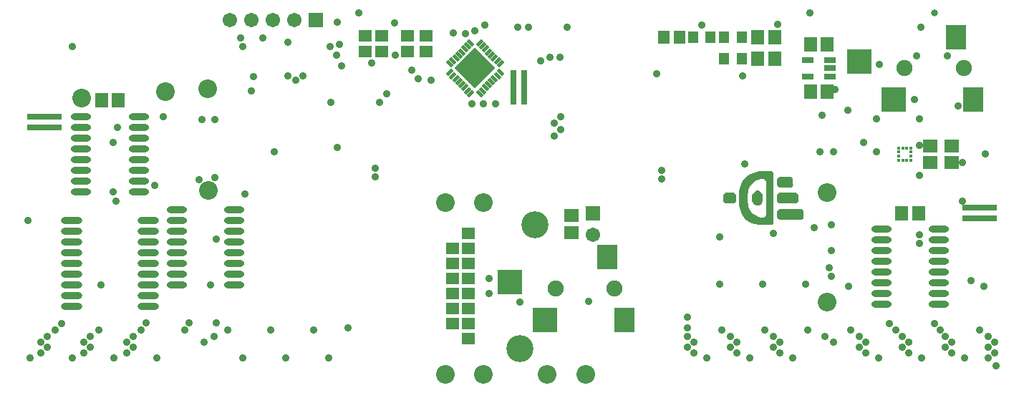
<source format=gbs>
G04*
G04 #@! TF.GenerationSoftware,Altium Limited,Altium Designer,18.1.9 (240)*
G04*
G04 Layer_Color=16711935*
%FSLAX25Y25*%
%MOIN*%
G70*
G01*
G75*
%ADD27R,0.06312X0.06706*%
%ADD28R,0.06706X0.06312*%
%ADD29C,0.08674*%
%ADD30R,0.06706X0.06706*%
%ADD31C,0.06706*%
%ADD32R,0.06706X0.06706*%
%ADD33C,0.03599*%
%ADD34C,0.03600*%
%ADD35C,0.03200*%
%ADD36C,0.12611*%
%ADD37C,0.07500*%
%ADD49C,0.02400*%
%ADD74R,0.05524X0.03162*%
%ADD75O,0.09461X0.03162*%
%ADD76O,0.09855X0.03162*%
%ADD77R,0.02000X0.02800*%
%ADD78R,0.02800X0.02000*%
%ADD79R,0.05131X0.05524*%
%ADD80R,0.06312X0.05524*%
%ADD81R,0.05524X0.06312*%
%ADD82R,0.09600X0.11800*%
%ADD83R,0.09500X0.11800*%
%ADD84R,0.11800X0.11800*%
%ADD85R,0.01581X0.01581*%
G04:AMPARAMS|DCode=86|XSize=15.02mil|YSize=37.47mil|CornerRadius=0mil|HoleSize=0mil|Usage=FLASHONLY|Rotation=225.000|XOffset=0mil|YOffset=0mil|HoleType=Round|Shape=Rectangle|*
%AMROTATEDRECTD86*
4,1,4,-0.00793,0.01856,0.01856,-0.00793,0.00793,-0.01856,-0.01856,0.00793,-0.00793,0.01856,0.0*
%
%ADD86ROTATEDRECTD86*%

G04:AMPARAMS|DCode=87|XSize=15.02mil|YSize=37.47mil|CornerRadius=0mil|HoleSize=0mil|Usage=FLASHONLY|Rotation=135.000|XOffset=0mil|YOffset=0mil|HoleType=Round|Shape=Rectangle|*
%AMROTATEDRECTD87*
4,1,4,0.01856,0.00793,-0.00793,-0.01856,-0.01856,-0.00793,0.00793,0.01856,0.01856,0.00793,0.0*
%
%ADD87ROTATEDRECTD87*%

%ADD88P,0.19213X4X270.0*%
G36*
X500850Y211772D02*
X501272Y211350D01*
X501500Y210798D01*
Y210500D01*
Y208500D01*
Y208202D01*
X501272Y207650D01*
X500850Y207228D01*
X500298Y207000D01*
X496702D01*
X496150Y207228D01*
X495728Y207650D01*
X495500Y208202D01*
Y208500D01*
Y209500D01*
Y210500D01*
Y210798D01*
X495728Y211350D01*
X496150Y211772D01*
X496702Y212000D01*
X500298D01*
X500850Y211772D01*
D02*
G37*
G36*
X517500Y222000D02*
X517798Y222000D01*
X518350Y221772D01*
X518772Y221350D01*
X519000Y220798D01*
Y220500D01*
Y209500D01*
Y200000D01*
Y198500D01*
X519000Y198500D01*
X519000Y198202D01*
X518772Y197650D01*
X518350Y197228D01*
X517798Y197000D01*
X517500Y197000D01*
X512015D01*
X510083Y197384D01*
X508263Y198138D01*
X506625Y199232D01*
X505232Y200625D01*
X504138Y202263D01*
X503384Y204083D01*
X503000Y206015D01*
Y207000D01*
Y209500D01*
Y212000D01*
Y212985D01*
X503384Y214917D01*
X504138Y216737D01*
X505232Y218375D01*
X506625Y219767D01*
X508263Y220862D01*
X510083Y221616D01*
X512015Y222000D01*
X517500D01*
Y222000D01*
D02*
G37*
G36*
X522000Y204500D02*
X531500Y204500D01*
X531500Y204500D01*
X531798Y204500D01*
X532350Y204272D01*
X532772Y203850D01*
X533000Y203298D01*
X533000Y203000D01*
X533000Y201000D01*
X533000Y201000D01*
X533000Y200702D01*
X532772Y200150D01*
X532350Y199728D01*
X531798Y199500D01*
X531500Y199500D01*
X522000D01*
X522000Y199500D01*
X521702Y199500D01*
X521150Y199728D01*
X520728Y200150D01*
X520500Y200702D01*
X520500Y201000D01*
Y202000D01*
Y203000D01*
X520500Y203298D01*
X520728Y203850D01*
X521150Y204272D01*
X521702Y204500D01*
X522000Y204500D01*
D02*
G37*
G36*
X529850Y211772D02*
X530272Y211350D01*
X530500Y210798D01*
X530500Y210500D01*
X530500Y210500D01*
X530500Y208500D01*
X530500Y208202D01*
X530272Y207650D01*
X529850Y207228D01*
X529298Y207000D01*
X529000Y207000D01*
X522000D01*
X521702Y207000D01*
X521150Y207228D01*
X520728Y207650D01*
X520500Y208202D01*
X520500Y208500D01*
Y208500D01*
Y210500D01*
X520500Y210798D01*
X520728Y211350D01*
X521150Y211772D01*
X521702Y212000D01*
X522000Y212000D01*
X522000Y212000D01*
X529000Y212000D01*
X529298Y212000D01*
X529850Y211772D01*
D02*
G37*
G36*
X522000Y219500D02*
X526500Y219500D01*
X526500Y219500D01*
X526798Y219500D01*
X527350Y219272D01*
X527772Y218850D01*
X528000Y218298D01*
X528000Y218000D01*
Y216000D01*
X528000Y216000D01*
X528050Y215751D01*
X527951Y215254D01*
X527670Y214832D01*
X527249Y214550D01*
X527000Y214500D01*
X522000D01*
X522000Y214500D01*
X521702Y214500D01*
X521150Y214728D01*
X520728Y215150D01*
X520500Y215702D01*
X520500Y216000D01*
Y218000D01*
X520500Y218298D01*
X520728Y218850D01*
X521150Y219272D01*
X521702Y219500D01*
X522000Y219500D01*
D02*
G37*
%LPC*%
G36*
X514000Y218500D02*
X514000Y218500D01*
X513314Y218466D01*
X511968Y218199D01*
X510700Y217673D01*
X509559Y216911D01*
X508589Y215941D01*
X507827Y214800D01*
X507301Y213532D01*
X507034Y212186D01*
X507000Y211500D01*
X507000Y209500D01*
Y207500D01*
X507000Y207500D01*
X507034Y206814D01*
X507301Y205468D01*
X507827Y204200D01*
X508589Y203059D01*
X509559Y202089D01*
X510700Y201326D01*
X511968Y200801D01*
X513314Y200534D01*
X514000Y200500D01*
X514000D01*
X514293Y200529D01*
X514833Y200753D01*
X515247Y201167D01*
X515471Y201707D01*
X515500Y202000D01*
X515500Y209000D01*
X515511Y209125D01*
X515523Y209375D01*
Y209625D01*
X515511Y209875D01*
X515500Y210000D01*
Y217000D01*
X515500Y217000D01*
X515471Y217293D01*
X515247Y217833D01*
X514833Y218247D01*
X514293Y218471D01*
X514000Y218500D01*
D02*
G37*
%LPD*%
G36*
X512916Y212619D02*
X513619Y211916D01*
X514000Y210997D01*
Y210500D01*
Y209500D01*
Y208500D01*
Y208003D01*
X513619Y207084D01*
X512916Y206381D01*
X511997Y206000D01*
X511003D01*
X510084Y206381D01*
X509381Y207084D01*
X509000Y208003D01*
Y208500D01*
Y209500D01*
Y210500D01*
Y210997D01*
X509381Y211916D01*
X510084Y212619D01*
X511003Y213000D01*
X511997D01*
X512916Y212619D01*
D02*
G37*
D27*
X511563Y284500D02*
D03*
X519437D02*
D03*
Y274500D02*
D03*
X511563D02*
D03*
X586437Y202500D02*
D03*
X578563D02*
D03*
X536063Y259000D02*
D03*
X543937D02*
D03*
X536063Y281000D02*
D03*
X543937D02*
D03*
X206063Y255000D02*
D03*
X213937D02*
D03*
D28*
X425000Y201437D02*
D03*
Y193563D02*
D03*
X602000Y233937D02*
D03*
Y226063D02*
D03*
X592000Y233937D02*
D03*
Y226063D02*
D03*
D29*
X383858Y127500D02*
D03*
X366142D02*
D03*
X366142Y207500D02*
D03*
X383858D02*
D03*
X431358Y127500D02*
D03*
X413642D02*
D03*
X197000Y256000D02*
D03*
X544000Y161000D02*
D03*
X255500Y260500D02*
D03*
X236000Y259000D02*
D03*
X544000Y212000D02*
D03*
X256000Y213000D02*
D03*
D30*
X306000Y292500D02*
D03*
D31*
X296000D02*
D03*
X286000D02*
D03*
X276000D02*
D03*
X266000D02*
D03*
X435000Y192500D02*
D03*
D32*
Y202500D02*
D03*
D33*
X404986Y289000D02*
D03*
X423000D02*
D03*
X400000D02*
D03*
D34*
X415000Y275000D02*
D03*
X410500Y273500D02*
D03*
X433000Y161604D02*
D03*
X547500Y260000D02*
D03*
X561000Y235500D02*
D03*
X380000Y287500D02*
D03*
X384500Y290000D02*
D03*
X339000Y258000D02*
D03*
X370000Y286500D02*
D03*
X375500Y286000D02*
D03*
X276000Y259500D02*
D03*
X293000Y266500D02*
D03*
X296500Y264500D02*
D03*
X318000Y271000D02*
D03*
X316000Y233000D02*
D03*
X315500Y276000D02*
D03*
X332000Y272500D02*
D03*
X343000Y276000D02*
D03*
X350500Y269000D02*
D03*
X317000Y281000D02*
D03*
X293000Y282000D02*
D03*
X553500Y250500D02*
D03*
X464500Y267500D02*
D03*
X417000Y238500D02*
D03*
X420000Y241500D02*
D03*
X417000Y244500D02*
D03*
X420000Y247500D02*
D03*
X335500Y254000D02*
D03*
X333500Y219500D02*
D03*
Y223500D02*
D03*
X353500Y265000D02*
D03*
X359500Y264500D02*
D03*
X259500Y190500D02*
D03*
X257000Y169000D02*
D03*
X184500Y148000D02*
D03*
X467000Y222500D02*
D03*
Y218500D02*
D03*
X554000Y168500D02*
D03*
X546000Y173000D02*
D03*
X380000Y270000D02*
D03*
X536000Y295862D02*
D03*
X541500Y248000D02*
D03*
X587000Y246500D02*
D03*
X504500Y266500D02*
D03*
X540500Y231000D02*
D03*
X547000D02*
D03*
X378500Y253500D02*
D03*
X384000D02*
D03*
X599866Y275866D02*
D03*
X259000Y219000D02*
D03*
X587000Y234000D02*
D03*
X607000Y226000D02*
D03*
X584500Y255500D02*
D03*
X546000Y197000D02*
D03*
Y185000D02*
D03*
X251500Y218000D02*
D03*
X235000Y247500D02*
D03*
X259000Y246000D02*
D03*
X253000D02*
D03*
X494000Y191500D02*
D03*
X562000Y137500D02*
D03*
X479000Y145000D02*
D03*
X482000Y142500D02*
D03*
X479000Y140000D02*
D03*
X482000Y137500D02*
D03*
X285000Y148000D02*
D03*
X265000D02*
D03*
X245000D02*
D03*
X247000Y151500D02*
D03*
X221000Y145000D02*
D03*
X218000Y142500D02*
D03*
X221000Y140000D02*
D03*
X218000Y137500D02*
D03*
X205000Y148000D02*
D03*
X201000Y145000D02*
D03*
X198000Y142500D02*
D03*
X201000Y140000D02*
D03*
X198000Y137500D02*
D03*
X181000Y145000D02*
D03*
X178000Y142500D02*
D03*
X181000Y140000D02*
D03*
X178000Y137500D02*
D03*
X321000Y149000D02*
D03*
X495000Y148000D02*
D03*
X499000Y145000D02*
D03*
X502000Y142500D02*
D03*
X499000Y140000D02*
D03*
X502000Y137500D02*
D03*
X515000Y148000D02*
D03*
X519000Y145000D02*
D03*
X522000Y142500D02*
D03*
X519000Y140000D02*
D03*
X522000Y137500D02*
D03*
X535000Y148000D02*
D03*
X555000D02*
D03*
X559000Y145000D02*
D03*
X562000Y142500D02*
D03*
X559000Y140000D02*
D03*
X579000Y145000D02*
D03*
X582000Y142500D02*
D03*
X579000Y140000D02*
D03*
X582000Y137500D02*
D03*
X599000Y145000D02*
D03*
X602000Y142500D02*
D03*
X599000Y140000D02*
D03*
X602000Y137500D02*
D03*
X615000Y148000D02*
D03*
X619000Y145000D02*
D03*
X622000Y142500D02*
D03*
X619000Y140000D02*
D03*
X622000Y137500D02*
D03*
X619000Y135000D02*
D03*
X479000Y149000D02*
D03*
Y154000D02*
D03*
X192500Y280000D02*
D03*
X312500D02*
D03*
X389500Y253500D02*
D03*
X419500Y275000D02*
D03*
X326000Y295862D02*
D03*
X300000Y266500D02*
D03*
X281134Y284134D02*
D03*
X271000D02*
D03*
X277000Y266000D02*
D03*
X386500Y172104D02*
D03*
Y165104D02*
D03*
X316000Y291500D02*
D03*
X377000Y267000D02*
D03*
X380000Y264000D02*
D03*
X383000Y267000D02*
D03*
X386000Y270000D02*
D03*
X383000Y273000D02*
D03*
X380000Y276000D02*
D03*
X377000Y273000D02*
D03*
X374000Y270000D02*
D03*
X342500Y291000D02*
D03*
X172000Y199000D02*
D03*
X173000Y135000D02*
D03*
X206000Y169000D02*
D03*
X187500Y151000D02*
D03*
X213500Y242500D02*
D03*
X213000Y208000D02*
D03*
X211500Y235500D02*
D03*
Y212500D02*
D03*
X212000Y135000D02*
D03*
X224500Y148000D02*
D03*
X227000Y151500D02*
D03*
X232000Y135000D02*
D03*
X231000Y215500D02*
D03*
X192500Y135000D02*
D03*
X254000Y142500D02*
D03*
X258500Y145000D02*
D03*
X259500Y151500D02*
D03*
X272000Y280000D02*
D03*
X273000Y211500D02*
D03*
X272000Y135000D02*
D03*
X305000Y148000D02*
D03*
X292000Y135000D02*
D03*
X286500Y231000D02*
D03*
X313000Y254000D02*
D03*
X312000Y135000D02*
D03*
X521000Y290500D02*
D03*
X485500Y290000D02*
D03*
X488000Y135000D02*
D03*
X545000Y177000D02*
D03*
X547000Y142500D02*
D03*
X543000Y145000D02*
D03*
X537866Y195866D02*
D03*
X611000Y171000D02*
D03*
X622500Y131500D02*
D03*
X617500Y230000D02*
D03*
X607000Y208000D02*
D03*
X608000Y135000D02*
D03*
X587000Y220000D02*
D03*
Y188500D02*
D03*
X617000Y168500D02*
D03*
X494000Y169500D02*
D03*
X514000Y169500D02*
D03*
X534000D02*
D03*
X596500Y148000D02*
D03*
X594000Y151000D02*
D03*
X576000Y148000D02*
D03*
X573000Y151000D02*
D03*
X587000Y192500D02*
D03*
X588000Y135000D02*
D03*
X567000Y231000D02*
D03*
Y246500D02*
D03*
X568000Y135000D02*
D03*
X528000D02*
D03*
X505500Y225500D02*
D03*
X508000Y135000D02*
D03*
X519000Y193000D02*
D03*
X587500Y289000D02*
D03*
X605000Y252500D02*
D03*
X585451Y275710D02*
D03*
X568299Y271701D02*
D03*
X401000Y161000D02*
D03*
D35*
X594000Y295862D02*
D03*
D36*
X408000Y197104D02*
D03*
X401000Y139604D02*
D03*
D37*
X607500Y270000D02*
D03*
X579900D02*
D03*
X417400Y167500D02*
D03*
X445000D02*
D03*
D49*
X380000Y270000D02*
D03*
D74*
X534842Y266260D02*
D03*
Y273740D02*
D03*
X545157Y266260D02*
D03*
Y270000D02*
D03*
Y273740D02*
D03*
D75*
X569114Y160000D02*
D03*
Y165000D02*
D03*
Y170000D02*
D03*
Y175000D02*
D03*
Y180000D02*
D03*
Y185000D02*
D03*
Y190000D02*
D03*
Y195000D02*
D03*
X595886Y160000D02*
D03*
Y165000D02*
D03*
Y170000D02*
D03*
Y175000D02*
D03*
Y180000D02*
D03*
Y185000D02*
D03*
Y190000D02*
D03*
Y195000D02*
D03*
X241114Y169000D02*
D03*
Y174000D02*
D03*
Y179000D02*
D03*
Y184000D02*
D03*
Y189000D02*
D03*
Y194000D02*
D03*
Y199000D02*
D03*
Y204000D02*
D03*
X267886Y169000D02*
D03*
Y174000D02*
D03*
Y179000D02*
D03*
Y184000D02*
D03*
Y189000D02*
D03*
Y194000D02*
D03*
Y199000D02*
D03*
Y204000D02*
D03*
X223386Y247500D02*
D03*
Y242500D02*
D03*
Y237500D02*
D03*
Y232500D02*
D03*
Y227500D02*
D03*
Y222500D02*
D03*
Y217500D02*
D03*
Y212500D02*
D03*
X196614Y247500D02*
D03*
Y242500D02*
D03*
Y237500D02*
D03*
Y232500D02*
D03*
Y227500D02*
D03*
Y222500D02*
D03*
Y217500D02*
D03*
Y212500D02*
D03*
D76*
X227913Y199000D02*
D03*
Y194000D02*
D03*
Y189000D02*
D03*
Y184000D02*
D03*
Y179000D02*
D03*
Y174000D02*
D03*
Y169000D02*
D03*
Y164000D02*
D03*
Y159000D02*
D03*
X192087Y199000D02*
D03*
Y194000D02*
D03*
Y189000D02*
D03*
Y184000D02*
D03*
Y179000D02*
D03*
Y174000D02*
D03*
Y169000D02*
D03*
Y164000D02*
D03*
Y159000D02*
D03*
D77*
X172500Y242500D02*
D03*
X174500D02*
D03*
X176500D02*
D03*
X178500D02*
D03*
X180500D02*
D03*
X182500D02*
D03*
X184500D02*
D03*
X186500D02*
D03*
X172500Y247500D02*
D03*
X174500D02*
D03*
X176500D02*
D03*
X178500D02*
D03*
X180500D02*
D03*
X182500D02*
D03*
X184500D02*
D03*
X186500D02*
D03*
X608000Y200000D02*
D03*
X610000D02*
D03*
X612000D02*
D03*
X614000D02*
D03*
X616000D02*
D03*
X618000D02*
D03*
X620000D02*
D03*
X622000D02*
D03*
X608000Y205000D02*
D03*
X610000D02*
D03*
X612000D02*
D03*
X614000D02*
D03*
X616000D02*
D03*
X618000D02*
D03*
X620000D02*
D03*
X622000D02*
D03*
D78*
X403000Y254000D02*
D03*
Y256000D02*
D03*
Y258000D02*
D03*
Y260000D02*
D03*
Y262000D02*
D03*
Y264000D02*
D03*
Y266000D02*
D03*
Y268000D02*
D03*
X398000Y254000D02*
D03*
Y256000D02*
D03*
Y258000D02*
D03*
Y260000D02*
D03*
Y262000D02*
D03*
Y264000D02*
D03*
Y266000D02*
D03*
Y268000D02*
D03*
D79*
X504134Y274500D02*
D03*
X495866D02*
D03*
X504134Y284500D02*
D03*
X495866D02*
D03*
X481366D02*
D03*
X489634D02*
D03*
D80*
X357100Y277957D02*
D03*
Y285043D02*
D03*
X348500Y277957D02*
D03*
Y285043D02*
D03*
X336500Y277957D02*
D03*
Y285043D02*
D03*
X329000Y285043D02*
D03*
Y277957D02*
D03*
X377000Y144061D02*
D03*
Y151147D02*
D03*
X369500Y151060D02*
D03*
Y158147D02*
D03*
X377000Y158061D02*
D03*
Y165147D02*
D03*
X369500Y165060D02*
D03*
Y172147D02*
D03*
X377000Y172061D02*
D03*
Y179147D02*
D03*
X369500Y186147D02*
D03*
Y179060D02*
D03*
X377000Y186061D02*
D03*
Y193147D02*
D03*
D81*
X475043Y284500D02*
D03*
X467957D02*
D03*
D82*
X611900Y255400D02*
D03*
X449400Y152900D02*
D03*
D83*
X604000Y284600D02*
D03*
X441500Y182100D02*
D03*
D84*
X574900Y255400D02*
D03*
X558700Y273000D02*
D03*
X396200Y170500D02*
D03*
X412400Y152900D02*
D03*
D85*
X582953Y232953D02*
D03*
X580984D02*
D03*
X579016D02*
D03*
X577047D02*
D03*
X582953Y230984D02*
D03*
X577047D02*
D03*
X582953Y229016D02*
D03*
X577047D02*
D03*
X582953Y227047D02*
D03*
X580984D02*
D03*
X579016D02*
D03*
X577047D02*
D03*
D86*
X377982Y281762D02*
D03*
X376590Y280370D02*
D03*
X375198Y278978D02*
D03*
X373806Y277586D02*
D03*
X372414Y276194D02*
D03*
X371022Y274802D02*
D03*
X369630Y273410D02*
D03*
X368238Y272018D02*
D03*
X382018Y258238D02*
D03*
X383410Y259630D02*
D03*
X384802Y261022D02*
D03*
X386194Y262414D02*
D03*
X387586Y263806D02*
D03*
X388978Y265198D02*
D03*
X390370Y266590D02*
D03*
X391762Y267982D02*
D03*
D87*
X368238D02*
D03*
X369630Y266590D02*
D03*
X371022Y265198D02*
D03*
X372414Y263806D02*
D03*
X373806Y262414D02*
D03*
X375198Y261022D02*
D03*
X376590Y259630D02*
D03*
X377982Y258238D02*
D03*
X391762Y272018D02*
D03*
X390370Y273410D02*
D03*
X388978Y274802D02*
D03*
X387586Y276194D02*
D03*
X386194Y277586D02*
D03*
X384802Y278978D02*
D03*
X383410Y280370D02*
D03*
X382018Y281762D02*
D03*
D88*
X380000Y270000D02*
D03*
M02*

</source>
